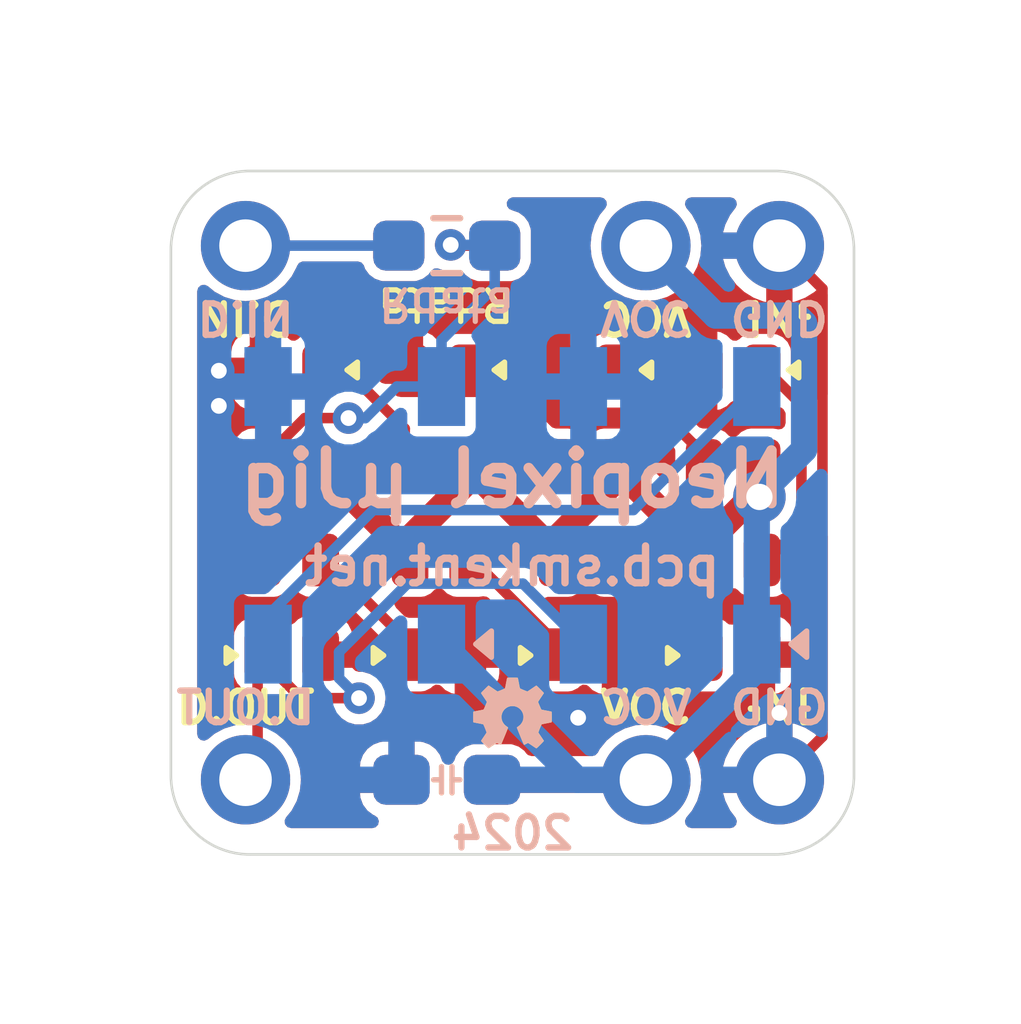
<source format=kicad_pcb>
(kicad_pcb (version 20240108) (generator "pcbnew") (generator_version "8.0")
  (layers (0 "F.Cu" signal) (31 "B.Cu" signal) (34 "B.Paste" user) (35 "F.Paste" user) (36 "B.SilkS" user "B.Silkscreen") (37 "F.SilkS" user "F.Silkscreen") (38 "B.Mask" user) (39 "F.Mask" user) (44 "Edge.Cuts" user))
  (net 0 "")
  (net 1 "VCC")
  (net 2 "GND")
  (net 3 "DATA_IN")
  (net 4 "Net-(LED1-DOUT)")
  (net 5 "Net-(LED2-DOUT)")
  (net 6 "DATA_2")
  (net 7 "Net-(LED5-DOUT)")
  (net 8 "DATA_OUT")
  (net 9 "Net-(LED3-DOUT)")
  (net 10 "Net-(LED6-DOUT)")
  (net 11 "Net-(LED7-DOUT)")
  (net 12 "Net-(D1-DOUT)")
  (net 13 "Net-(J3-Pin_1)")
  (footprint "discrete:LED_WS2812B-2020_PLCC4_2.0x2.0mm_HandSolder" (layer "F.Cu") (at 132.805 99.59 90)
    (property "Reference" "LED6" (hide yes))
    (property "Value" "WS2812B-2020")
    (fp_poly (pts (xy -0.915 -1.05) (xy -1.065 -1.25) (xy -0.765 -1.25)) (stroke (width 0.1)) (fill solid) (layer "F.SilkS"))
    (pad "1" smd roundrect (at -0.9 -0.55 90) (size 1 0.7) (layers "F.Cu" "F.Paste" "F.Mask") (net 10 "Net-(LED6-DOUT)"))
    (pad "2" smd roundrect (at -0.9 0.55 90) (size 1 0.7) (layers "F.Cu" "F.Paste" "F.Mask") (net 2 "GND"))
    (pad "3" smd roundrect (at 0.9 0.55 90) (size 1 0.7) (layers "F.Cu" "F.Paste" "F.Mask") (net 7 "Net-(LED5-DOUT)"))
    (pad "4" smd roundrect (at 0.9 -0.55 90) (size 1 0.7) (layers "F.Cu" "F.Paste" "F.Mask") (net 1 "VCC"))
  )
  (footprint "discrete:LED_WS2812B-2020_PLCC4_2.0x2.0mm_HandSolder" (layer "F.Cu") (at 135.605 95.99 -90)
    (property "Reference" "LED4" (hide yes))
    (property "Value" "WS2812B-2020")
    (fp_poly (pts (xy -0.915 -1.05) (xy -1.065 -1.25) (xy -0.765 -1.25)) (stroke (width 0.1)) (fill solid) (layer "F.SilkS"))
    (pad "1" smd roundrect (at -0.9 -0.55 270) (size 1 0.7) (layers "F.Cu" "F.Paste" "F.Mask") (net 6 "DATA_2"))
    (pad "2" smd roundrect (at -0.9 0.55 270) (size 1 0.7) (layers "F.Cu" "F.Paste" "F.Mask") (net 2 "GND"))
    (pad "3" smd roundrect (at 0.9 0.55 270) (size 1 0.7) (layers "F.Cu" "F.Paste" "F.Mask") (net 9 "Net-(LED3-DOUT)"))
    (pad "4" smd roundrect (at 0.9 -0.55 270) (size 1 0.7) (layers "F.Cu" "F.Paste" "F.Mask") (net 1 "VCC"))
  )
  (footprint "discrete:LED_WS2812B-2020_PLCC4_2.0x2.0mm_HandSolder" (layer "F.Cu") (at 130.005 95.99 -90)
    (property "Reference" "LED2" (hide yes))
    (property "Value" "WS2812B-2020")
    (fp_poly (pts (xy -0.915 -1.05) (xy -1.065 -1.25) (xy -0.765 -1.25)) (stroke (width 0.1)) (fill solid) (layer "F.SilkS"))
    (pad "1" smd roundrect (at -0.9 -0.55 270) (size 1 0.7) (layers "F.Cu" "F.Paste" "F.Mask") (net 5 "Net-(LED2-DOUT)"))
    (pad "2" smd roundrect (at -0.9 0.55 270) (size 1 0.7) (layers "F.Cu" "F.Paste" "F.Mask") (net 2 "GND"))
    (pad "3" smd roundrect (at 0.9 0.55 270) (size 1 0.7) (layers "F.Cu" "F.Paste" "F.Mask") (net 4 "Net-(LED1-DOUT)"))
    (pad "4" smd roundrect (at 0.9 -0.55 270) (size 1 0.7) (layers "F.Cu" "F.Paste" "F.Mask") (net 1 "VCC"))
  )
  (footprint "discrete:LED_WS2812B-2020_PLCC4_2.0x2.0mm_HandSolder" (layer "F.Cu") (at 130.005 99.59 90)
    (property "Reference" "LED7" (hide yes))
    (property "Value" "WS2812B-2020")
    (fp_poly (pts (xy -0.915 -1.05) (xy -1.065 -1.25) (xy -0.765 -1.25)) (stroke (width 0.1)) (fill solid) (layer "F.SilkS"))
    (pad "1" smd roundrect (at -0.9 -0.55 90) (size 1 0.7) (layers "F.Cu" "F.Paste" "F.Mask") (net 11 "Net-(LED7-DOUT)"))
    (pad "2" smd roundrect (at -0.9 0.55 90) (size 1 0.7) (layers "F.Cu" "F.Paste" "F.Mask") (net 2 "GND"))
    (pad "3" smd roundrect (at 0.9 0.55 90) (size 1 0.7) (layers "F.Cu" "F.Paste" "F.Mask") (net 10 "Net-(LED6-DOUT)"))
    (pad "4" smd roundrect (at 0.9 -0.55 90) (size 1 0.7) (layers "F.Cu" "F.Paste" "F.Mask") (net 1 "VCC"))
  )
  (footprint "Resistor_SMD:R_0603_1608Metric_Pad0.98x0.95mm_HandSolder" (layer "F.Cu") (at 130.155 92.71)
    (property "Reference" "R1" (hide yes))
    (property "Value" "100R")
    (fp_line (start -0.254724 -0.5225) (end 0.254724 -0.5225) (stroke (width 0.12)) (layer "F.SilkS"))
    (fp_line (start -0.254724 0.5225) (end 0.254724 0.5225) (stroke (width 0.12)) (layer "F.SilkS"))
    (pad "1" smd roundrect (at -0.9125 0) (size 0.975 0.95) (layers "F.Cu" "F.Paste" "F.Mask") (net 13 "Net-(J3-Pin_1)"))
    (pad "2" smd roundrect (at 0.9125 0) (size 0.975 0.95) (layers "F.Cu" "F.Paste" "F.Mask") (net 3 "DATA_IN"))
  )
  (footprint "discrete:LED_WS2812B-2020_PLCC4_2.0x2.0mm_HandSolder" (layer "F.Cu") (at 127.205 99.59 90)
    (property "Reference" "LED8" (hide yes))
    (property "Value" "WS2812B-2020")
    (fp_poly (pts (xy -0.915 -1.05) (xy -1.065 -1.25) (xy -0.765 -1.25)) (stroke (width 0.1)) (fill solid) (layer "F.SilkS"))
    (pad "1" smd roundrect (at -0.9 -0.55 90) (size 1 0.7) (layers "F.Cu" "F.Paste" "F.Mask") (net 8 "DATA_OUT"))
    (pad "2" smd roundrect (at -0.9 0.55 90) (size 1 0.7) (layers "F.Cu" "F.Paste" "F.Mask") (net 2 "GND"))
    (pad "3" smd roundrect (at 0.9 0.55 90) (size 1 0.7) (layers "F.Cu" "F.Paste" "F.Mask") (net 11 "Net-(LED7-DOUT)"))
    (pad "4" smd roundrect (at 0.9 -0.55 90) (size 1 0.7) (layers "F.Cu" "F.Paste" "F.Mask") (net 1 "VCC"))
  )
  (footprint "graphics:oshw-logo-1.5mm" (layer "F.Cu") (at 131.405 101.6)
    (property "Reference" "G***" (hide yes))
    (property "Value" "LOGO" (hide yes))
    (fp_poly (pts (xy 0.012727 -0.672745) (xy 0.031988 -0.67266) (xy 0.050169 -0.672495) (xy 0.066587 -0.672251) (xy 0.080561 -0.671927) (xy 0.091408 -0.671523) (xy 0.098446 -0.671039) (xy 0.100909 -0.670576) (xy 0.102402 -0.667389) (xy 0.104663 -0.659276) (xy 0.107675 -0.646308) (xy 0.111424 -0.628555) (xy 0.115895 -0.60609) (xy 0.121071 -0.578984) (xy 0.122654 -0.570522) (xy 0.127536 -0.544539) (xy 0.131659 -0.523137) (xy 0.135113 -0.505908) (xy 0.13799 -0.492446) (xy 0.140383 -0.482342) (xy 0.142381 -0.475192) (xy 0.144077 -0.470587) (xy 0.145562 -0.468121) (xy 0.145696 -0.467982) (xy 0.149238 -0.465814) (xy 0.156822 -0.462056) (xy 0.167796 -0.457002) (xy 0.181505 -0.450945) (xy 0.197297 -0.444179) (xy 0.214518 -0.436997) (xy 0.216283 -0.436271) (xy 0.236194 -0.42815) (xy 0.251983 -0.421849) (xy 0.264174 -0.417188) (xy 0.273292 -0.413987) (xy 0.279863 -0.412068) (xy 0.284411 -0.41125) (xy 0.287461 -0.411354) (xy 0.288377 -0.411613) (xy 0.291858 -0.413548) (xy 0.29899 -0.418028) (xy 0.309263 -0.424717) (xy 0.322171 -0.433279) (xy 0.337206 -0.443375) (xy 0.353861 -0.45467) (xy 0.371626 -0.466826) (xy 0.371955 -0.467053) (xy 0.389663 -0.479186) (xy 0.406199 -0.490443) (xy 0.421066 -0.500493) (xy 0.43377 -0.509002) (xy 0.443815 -0.515639) (xy 0.450706 -0.520073) (xy 0.453946 -0.521971) (xy 0.453983 -0.521986) (xy 0.455813 -0.52187) (xy 0.458798 -0.520292) (xy 0.463253 -0.516965) (xy 0.469491 -0.511606) (xy 0.477824 -0.503929) (xy 0.488566 -0.493649) (xy 0.50203 -0.48048) (xy 0.518529 -0.464138) (xy 0.529628 -0.453077) (xy 0.547414 -0.435309) (xy 0.561926 -0.420748) (xy 0.573479 -0.409038) (xy 0.582388 -0.39982) (xy 0.588967 -0.392736) (xy 0.593531 -0.387427) (xy 0.596394 -0.383536) (xy 0.597872 -0.380704) (xy 0.598279 -0.378574) (xy 0.59793 -0.376787) (xy 0.597524 -0.375808) (xy 0.595446 -0.372279) (xy 0.590833 -0.365095) (xy 0.584027 -0.354764) (xy 0.575366 -0.341796) (xy 0.565191 -0.326699) (xy 0.55384 -0.309982) (xy 0.541655 -0.292154) (xy 0.541255 -0.29157) (xy 0.527178 -0.270981) (xy 0.515766 -0.254126) (xy 0.506773 -0.240603) (xy 0.499952 -0.230009) (xy 0.495054 -0.221942) (xy 0.491832 -0.215999) (xy 0.49004 -0.211779) (xy 0.489429 -0.208878) (xy 0.489555 -0.207483) (xy 0.490888 -0.203755) (xy 0.493911 -0.196137) (xy 0.498304 -0.185385) (xy 0.503747 -0.172254) (xy 0.509923 -0.157499) (xy 0.516512 -0.141873) (xy 0.523195 -0.126133) (xy 0.529654 -0.111033) (xy 0.53557 -0.097327) (xy 0.540623 -0.085771) (xy 0.544495 -0.077119) (xy 0.54597 -0.073947) (xy 0.551604 -0.0666) (xy 0.558905 -0.06307) (xy 0.563474 -0.061999) (xy 0.572374 -0.060141) (xy 0.584962 -0.057622) (xy 0.600592 -0.054569) (xy 0.61862 -0.051106) (xy 0.638402 -0.047361) (xy 0.654711 -0.044311) (xy 0.675133 -0.040448) (xy 0.694051 -0.036744) (xy 0.71087 -0.033326) (xy 0.724992 -0.030321) (xy 0.735823 -0.027855) (xy 0.742765 -0.026054) (xy 0.745145 -0.025155) (xy 0.746093 -0.021901) (xy 0.746916 -0.014265) (xy 0.747611 -0.002922) (xy 0.748179 0.011453) (xy 0.748616 0.028184) (xy 0.748922 0.046597) (xy 0.749096 0.066016) (xy 0.749136 0.085767) (xy 0.74904 0.105174) (xy 0.748808 0.123562) (xy 0.748437 0.140257) (xy 0.747927 0.154584) (xy 0.747276 0.165866) (xy 0.746483 0.17343) (xy 0.745563 0.176586) (xy 0.74241 0.177649) (xy 0.734861 0.179495) (xy 0.723496 0.182002) (xy 0.708899 0.185048) (xy 0.691651 0.188512) (xy 0.672332 0.192272) (xy 0.652599 0.196007) (xy 0.631739 0.19997) (xy 0.612297 0.203793) (xy 0.594876 0.207347) (xy 0.580074 0.210506) (xy 0.568492 0.213141) (xy 0.560731 0.215125) (xy 0.557467 0.216273) (xy 0.555071 0.219546) (xy 0.55123 0.226834) (xy 0.546229 0.237437) (xy 0.54035 0.250653) (xy 0.533875 0.265779) (xy 0.527088 0.282116) (xy 0.520271 0.29896) (xy 0.513707 0.31561) (xy 0.507679 0.331366) (xy 0.502469 0.345524) (xy 0.498361 0.357384) (xy 0.495636 0.366245) (xy 0.494578 0.371403) (xy 0.494639 0.372162) (xy 0.496395 0.375329) (xy 0.500691 0.382148) (xy 0.507191 0.392108) (xy 0.515556 0.404701) (xy 0.525449 0.419418) (xy 0.536531 0.435748) (xy 0.546945 0.450972) (xy 0.558777 0.468282) (xy 0.569702 0.484412) (xy 0.579383 0.498853) (xy 0.587486 0.5111) (xy 0.593675 0.520647) (xy 0.597614 0.526986) (xy 0.598954 0.529507) (xy 0.598305 0.531757) (xy 0.595463 0.535922) (xy 0.590202 0.542248) (xy 0.582298 0.550978) (xy 0.571526 0.562358) (xy 0.557661 0.576632) (xy 0.540479 0.594047) (xy 0.530932 0.603648) (xy 0.51299 0.621611) (xy 0.498235 0.636261) (xy 0.486323 0.64791) (xy 0.476911 0.656871) (xy 0.469655 0.663455) (xy 0.464211 0.667974) (xy 0.460236 0.67074) (xy 0.457387 0.672064) (xy 0.455333 0.67226) (xy 0.451812 0.670645) (xy 0.444669 0.666474) (xy 0.434428 0.660084) (xy 0.421618 0.651814) (xy 0.406762 0.642002) (xy 0.390388 0.630989) (xy 0.376517 0.621518) (xy 0.354153 0.60628) (xy 0.335316 0.593725) (xy 0.320114 0.583923) (xy 0.308656 0.576941) (xy 0.301051 0.57285) (xy 0.29764 0.571696) (xy 0.293219 0.572863) (xy 0.28535 0.576075) (xy 0.274995 0.580897) (xy 0.263116 0.586893) (xy 0.257748 0.58974) (xy 0.243218 0.597361) (xy 0.232567 0.602454) (xy 0.225394 0.605188) (xy 0.221301 0.605733) (xy 0.220556 0.60546) (xy 0.218878 0.602708) (xy 0.215515 0.595733) (xy 0.210657 0.584999) (xy 0.204496 0.570969) (xy 0.197222 0.554106) (xy 0.189028 0.534873) (xy 0.180103 0.513734) (xy 0.17064 0.491152) (xy 0.160829 0.46759) (xy 0.150861 0.443512) (xy 0.140928 0.41938) (xy 0.131221 0.395658) (xy 0.121931 0.37281) (xy 0.113249 0.351299) (xy 0.105366 0.331587) (xy 0.098473 0.314138) (xy 0.092762 0.299415) (xy 0.088423 0.287883) (xy 0.085648 0.280003) (xy 0.084628 0.276239) (xy 0.084642 0.276044) (xy 0.087623 0.271995) (xy 0.093181 0.26761) (xy 0.094225 0.266975) (xy 0.104901 0.260032) (xy 0.117593 0.250686) (xy 0.130784 0.240152) (xy 0.142954 0.229646) (xy 0.152586 0.220385) (xy 0.153162 0.219776) (xy 0.172204 0.196275) (xy 0.188057 0.170117) (xy 0.199972 0.142629) (xy 0.203822 0.130276) (xy 0.206435 0.117193) (xy 0.208294 0.100836) (xy 0.209326 0.082944) (xy 0.209458 0.065255) (xy 0.208615 0.04951) (xy 0.207573 0.041497) (xy 0.199598 0.010037) (xy 0.187125 -0.019353) (xy 0.170418 -0.046308) (xy 0.149742 -0.070465) (xy 0.125361 -0.091462) (xy 0.098464 -0.108442) (xy 0.070046 -0.120847) (xy 0.040034 -0.128747) (xy 0.009137 -0.13214) (xy -0.021939 -0.131027) (xy -0.052487 -0.125407) (xy -0.081799 -0.115282) (xy -0.095935 -0.108442) (xy -0.123653 -0.090853) (xy -0.147922 -0.069751) (xy -0.168477 -0.0455) (xy -0.185055 -0.018463) (xy -0.19739 0.010997) (xy -0.205044 0.041497) (xy -0.206527 0.055169) (xy -0.20699 0.071859) (xy -0.206507 0.08983) (xy -0.205151 0.107343) (xy -0.202996 0.122657) (xy -0.201294 0.130276) (xy -0.19138 0.157929) (xy -0.177192 0.184845) (xy -0.159481 0.209696) (xy -0.150634 0.219776) (xy -0.141253 0.228895) (xy -0.129221 0.239349) (xy -0.116054 0.249923) (xy -0.103272 0.259401) (xy -0.092392 0.266565) (xy -0.091696 0.266975) (xy -0.0859 0.271233) (xy -0.082349 0.275469) (xy -0.082113 0.276044) (xy -0.082822 0.279077) (xy -0.085318 0.286303) (xy -0.089409 0.297259) (xy -0.094905 0.311482) (xy -0.101614 0.328509) (xy -0.109346 0.347876) (xy -0.117908 0.36912) (xy -0.12711 0.391777) (xy -0.136761 0.415385) (xy -0.146669 0.439481) (xy -0.156644 0.4636) (xy -0.166495 0.48728) (xy -0.176029 0.510058) (xy -0.185057 0.531469) (xy -0.193387 0.551052) (xy -0.200827 0.568342) (xy -0.207187 0.582877) (xy -0.212275 0.594193) (xy -0.215901 0.601826) (xy -0.217873 0.605315) (xy -0.218028 0.60546) (xy -0.221193 0.605602) (xy -0.227304 0.60361) (xy -0.236762 0.599314) (xy -0.249967 0.592547) (xy -0.25522 0.58974) (xy -0.267459 0.583371) (xy -0.278592 0.577988) (xy -0.287654 0.574027) (xy -0.293684 0.571922) (xy -0.295111 0.571696) (xy -0.299244 0.573194) (xy -0.307327 0.577644) (xy -0.31925 0.584975) (xy -0.334905 0.595119) (xy -0.35418 0.608006) (xy -0.373988 0.621518) (xy -0.3912 0.633251) (xy -0.407315 0.644053) (xy -0.421807 0.653586) (xy -0.43415 0.66151) (xy -0.443818 0.667487) (xy -0.450286 0.671179) (xy -0.452804 0.67226) (xy -0.454875 0.672059) (xy -0.457731 0.670726) (xy -0.461715 0.667949) (xy -0.46717 0.663416) (xy -0.474441 0.656816) (xy -0.48387 0.647838) (xy -0.4958 0.636168) (xy -0.510577 0.621495) (xy -0.528403 0.603648) (xy -0.547267 0.584631) (xy -0.562705 0.568871) (xy -0.574942 0.556125) (xy -0.584202 0.546146) (xy -0.590711 0.538691) (xy -0.594692 0.533514) (xy -0.596372 0.53037) (xy -0.596425 0.529507) (xy -0.59474 0.526406) (xy -0.590511 0.519652) (xy -0.584072 0.509752) (xy -0.575761 0.497213) (xy -0.565911 0.48254) (xy -0.554859 0.466241) (xy -0.544416 0.450972) (xy -0.53257 0.433646) (xy -0.521618 0.417489) (xy -0.511897 0.403009) (xy -0.503745 0.390716) (xy -0.497501 0.381118) (xy -0.493502 0.374726) (xy -0.49211 0.372162) (xy -0.49257 0.368346) (xy -0.494788 0.360604) (xy -0.498481 0.349634) (xy -0.503367 0.33614) (xy -0.509162 0.320824) (xy -0.515584 0.304385) (xy -0.52235 0.287527) (xy -0.529178 0.27095) (xy -0.535784 0.255357) (xy -0.541887 0.241448) (xy -0.547202 0.229926) (xy -0.551447 0.221491) (xy -0.554341 0.216847) (xy -0.554939 0.216273) (xy -0.558608 0.21501) (xy -0.566655 0.212977) (xy -0.578481 0.210301) (xy -0.593485 0.207111) (xy -0.611068 0.203533) (xy -0.630627 0.199696) (xy -0.650071 0.196007) (xy -0.670816 0.192078) (xy -0.690044 0.188329) (xy -0.707173 0.184884) (xy -0.721622 0.181862) (xy -0.732808 0.179385) (xy -0.74015 0.177576) (xy -0.743035 0.176586) (xy -0.743969 0.173334) (xy -0.74476 0.1657) (xy -0.745409 0.154359) (xy -0.745916 0.139986) (xy -0.746284 0.123256) (xy -0.746514 0.104844) (xy -0.746608 0.085425) (xy -0.746566 0.065674) (xy -0.74639 0.046267) (xy -0.746081 0.027877) (xy -0.745641 0.011181) (xy -0.745072 -0.003146) (xy -0.744374 -0.014431) (xy -0.743549 -0.021997) (xy -0.742617 -0.025155) (xy -0.739351 -0.026309) (xy -0.731702 -0.028233) (xy -0.720266 -0.0308) (xy -0.70564 -0.033885) (xy -0.68842 -0.03736) (xy -0.669203 -0.0411) (xy -0.652182 -0.044311) (xy -0.631477 -0.048189) (xy -0.61202 -0.051884) (xy -0.594456 -0.055268) (xy -0.579429 -0.058217) (xy -0.567585 -0.060604) (xy -0.559567 -0.062302) (xy -0.556376 -0.06307) (xy -0.548079 -0.067438) (xy -0.543441 -0.073947) (xy -0.540331 -0.080738) (xy -0.535869 -0.090836) (xy -0.530374 -0.103488) (xy -0.524166 -0.117937) (xy -0.517562 -0.13343) (xy -0.510883 -0.149211) (xy -0.504447 -0.164526) (xy -0.498572 -0.178619) (xy -0.493579 -0.190736) (xy -0.489784 -0.200123) (xy -0.487508 -0.206023) (xy -0.487025 -0.207485) (xy -0.486982 -0.209768) (xy -0.487969 -0.213102) (xy -0.490237 -0.217901) (xy -0.494039 -0.224575) (xy -0.499627 -0.233538) (xy -0.507254 -0.2452) (xy -0.517172 -0.259974) (xy -0.529633 -0.278273) (xy -0.536595 -0.288434) (xy -0.551441 -0.310074) (xy -0.563667 -0.327933) (xy -0.573511 -0.342399) (xy -0.581213 -0.353866) (xy -0.587012 -0.362724) (xy -0.591146 -0.369364) (xy -0.593854 -0.374177) (xy -0.595376 -0.377555) (xy -0.595951 -0.379889) (xy -0.595816 -0.38157) (xy -0.595212 -0.382989) (xy -0.594805 -0.383728) (xy -0.592491 -0.386497) (xy -0.586991 -0.392401) (xy -0.578716 -0.40102) (xy -0.568077 -0.411933) (xy -0.555485 -0.424719) (xy -0.541351 -0.438955) (xy -0.526086 -0.454221) (xy -0.524246 -0.456054) (xy -0.506285 -0.473884) (xy -0.491533 -0.488389) (xy -0.479663 -0.499864) (xy -0.47035 -0.508602) (xy -0.463267 -0.514898) (xy -0.458089 -0.519047) (xy -0.454491 -0.521344) (xy -0.452145 -0.522083) (xy -0.451343 -0.521962) (xy -0.448204 -0.520143) (xy -0.441403 -0.515775) (xy -0.431436 -0.509192) (xy -0.418799 -0.500726) (xy -0.40399 -0.49071) (xy -0.387505 -0.479477) (xy -0.36984 -0.467358) (xy -0.369403 -0.467057) (xy -0.351643 -0.454886) (xy -0.33498 -0.443569) (xy -0.319925 -0.433445) (xy -0.306984 -0.424851) (xy -0.296668 -0.418126) (xy -0.289484 -0.413607) (xy -0.285942 -0.411632) (xy -0.285925 -0.411626) (xy -0.283344 -0.41118) (xy -0.279546 -0.411558) (xy -0.274002 -0.412942) (xy -0.266181 -0.415512) (xy -0.255554 -0.419449) (xy -0.241591 -0.424934) (xy -0.223761 -0.432147) (xy -0.213754 -0.436244) (xy -0.196422 -0.443454) (xy -0.180451 -0.450282) (xy -0.166495 -0.456434) (xy -0.155208 -0.461616) (xy -0.147245 -0.465533) (xy -0.14326 -0.46789) (xy -0.143107 -0.468027) (xy -0.141636 -0.470277) (xy -0.139983 -0.47453) (xy -0.138057 -0.481202) (xy -0.135763 -0.490707) (xy -0.133009 -0.503461) (xy -0.129701 -0.519879) (xy -0.125746 -0.540376) (xy -0.121051 -0.565368) (xy -0.120084 -0.57057) (xy -0.114674 -0.599271) (xy -0.10999 -0.623194) (xy -0.10604 -0.642296) (xy -0.102834 -0.656534) (xy -0.10038 -0.665868) (xy -0.098688 -0.670254) (xy -0.098399 -0.670564) (xy -0.095052 -0.671115) (xy -0.087327 -0.671586) (xy -0.075909 -0.671978) (xy -0.061478 -0.67229) (xy -0.044717 -0.672523) (xy -0.026307 -0.672677) (xy -0.006932 -0.672751)) (fill solid) (layer "F.SilkS"))
  )
  (footprint "discrete:C_0603_1608Metric_Pad1.08x0.95mm_HandSolder" (layer "F.Cu") (at 130.155 102.87 180)
    (property "Reference" "C2" (hide yes))
    (property "Value" "10u")
    (fp_line (start 0.1 0.25) (end 0.1 -0.25) (stroke (width 0.1)) (layer "F.SilkS"))
    (fp_line (start 0.1 0) (end 0.25 0) (stroke (width 0.1)) (layer "F.SilkS"))
    (fp_line (start -0.1 0) (end -0.25 0) (stroke (width 0.1)) (layer "F.SilkS"))
    (fp_line (start -0.1 -0.25) (end -0.1 0.25) (stroke (width 0.1)) (layer "F.SilkS"))
    (pad "1" smd roundrect (at -0.8625 0 180) (size 1.075 0.95) (layers "F.Cu" "F.Paste" "F.Mask") (net 1 "VCC"))
    (pad "2" smd roundrect (at 0.8625 0 180) (size 1.075 0.95) (layers "F.Cu" "F.Paste" "F.Mask") (net 2 "GND"))
  )
  (footprint "discrete:LED_WS2812B-2020_PLCC4_2.0x2.0mm_HandSolder" (layer "F.Cu") (at 132.805 95.99 -90)
    (property "Reference" "LED3" (hide yes))
    (property "Value" "WS2812B-2020")
    (fp_poly (pts (xy -0.915 -1.05) (xy -1.065 -1.25) (xy -0.765 -1.25)) (stroke (width 0.1)) (fill solid) (layer "F.SilkS"))
    (pad "1" smd roundrect (at -0.9 -0.55 270) (size 1 0.7) (layers "F.Cu" "F.Paste" "F.Mask") (net 9 "Net-(LED3-DOUT)"))
    (pad "2" smd roundrect (at -0.9 0.55 270) (size 1 0.7) (layers "F.Cu" "F.Paste" "F.Mask") (net 2 "GND"))
    (pad "3" smd roundrect (at 0.9 0.55 270) (size 1 0.7) (layers "F.Cu" "F.Paste" "F.Mask") (net 5 "Net-(LED2-DOUT)"))
    (pad "4" smd roundrect (at 0.9 -0.55 270) (size 1 0.7) (layers "F.Cu" "F.Paste" "F.Mask") (net 1 "VCC"))
  )
  (footprint "discrete:LED_WS2812B-2020_PLCC4_2.0x2.0mm_HandSolder" (layer "F.Cu") (at 127.205 95.99 -90)
    (property "Reference" "LED1" (hide yes))
    (property "Value" "WS2812B-2020")
    (fp_poly (pts (xy -0.915 -1.05) (xy -1.065 -1.25) (xy -0.765 -1.25)) (stroke (width 0.1)) (fill solid) (layer "F.SilkS"))
    (pad "1" smd roundrect (at -0.9 -0.55 270) (size 1 0.7) (layers "F.Cu" "F.Paste" "F.Mask") (net 4 "Net-(LED1-DOUT)"))
    (pad "2" smd roundrect (at -0.9 0.55 270) (size 1 0.7) (layers "F.Cu" "F.Paste" "F.Mask") (net 2 "GND"))
    (pad "3" smd roundrect (at 0.9 0.55 270) (size 1 0.7) (layers "F.Cu" "F.Paste" "F.Mask") (net 3 "DATA_IN"))
    (pad "4" smd roundrect (at 0.9 -0.55 270) (size 1 0.7) (layers "F.Cu" "F.Paste" "F.Mask") (net 1 "VCC"))
  )
  (footprint "discrete:LED_WS2812B-2020_PLCC4_2.0x2.0mm_HandSolder" (layer "F.Cu") (at 135.605 99.59 90)
    (property "Reference" "LED5" (hide yes))
    (property "Value" "WS2812B-2020")
    (fp_poly (pts (xy -0.915 -1.05) (xy -1.065 -1.25) (xy -0.765 -1.25)) (stroke (width 0.1)) (fill solid) (layer "F.SilkS"))
    (pad "1" smd roundrect (at -0.9 -0.55 90) (size 1 0.7) (layers "F.Cu" "F.Paste" "F.Mask") (net 7 "Net-(LED5-DOUT)"))
    (pad "2" smd roundrect (at -0.9 0.55 90) (size 1 0.7) (layers "F.Cu" "F.Paste" "F.Mask") (net 2 "GND"))
    (pad "3" smd roundrect (at 0.9 0.55 90) (size 1 0.7) (layers "F.Cu" "F.Paste" "F.Mask") (net 6 "DATA_2"))
    (pad "4" smd roundrect (at 0.9 -0.55 90) (size 1 0.7) (layers "F.Cu" "F.Paste" "F.Mask") (net 1 "VCC"))
  )
  (footprint "custom:PinHeader_1x01_P2.54mm_simple" (layer "B.Cu") (at 126.325 102.87 180)
    (property "Reference" "J4" (hide yes))
    (property "Value" "Conn_01x01")
    (pad "1" thru_hole oval (at 0 0 180) (size 1.7 1.7) (drill 1) (layers "*.Cu" "*.Mask") (net 8 "DATA_OUT"))
  )
  (footprint "custom:PinHeader_1x02_P2.54mm_Vertical_simple" (layer "B.Cu") (at 133.945 92.71 -90)
    (property "Reference" "J1" (hide yes))
    (property "Value" "Conn_01x02")
    (pad "1" thru_hole oval (at 0 0 270) (size 1.7 1.7) (drill 1) (layers "*.Cu" "*.Mask") (net 1 "VCC"))
    (pad "2" thru_hole oval (at 0 -2.54 270) (size 1.7 1.7) (drill 1) (layers "*.Cu" "*.Mask") (net 2 "GND"))
  )
  (footprint "Resistor_SMD:R_0603_1608Metric_Pad0.98x0.95mm_HandSolder" (layer "B.Cu") (at 130.155 92.71)
    (property "Reference" "R2" (hide yes))
    (property "Value" "100R")
    (fp_line (start 0.254724 -0.5225) (end -0.254724 -0.5225) (stroke (width 0.12)) (layer "B.SilkS"))
    (fp_line (start 0.254724 0.5225) (end -0.254724 0.5225) (stroke (width 0.12)) (layer "B.SilkS"))
    (pad "1" smd roundrect (at -0.9125 0) (size 0.975 0.95) (layers "B.Cu" "B.Paste" "B.Mask") (net 13 "Net-(J3-Pin_1)"))
    (pad "2" smd roundrect (at 0.9125 0) (size 0.975 0.95) (layers "B.Cu" "B.Paste" "B.Mask") (net 3 "DATA_IN"))
  )
  (footprint "discrete:C_0603_1608Metric_Pad1.08x0.95mm_HandSolder" (layer "B.Cu") (at 130.155 102.87 180)
    (property "Reference" "C1" (hide yes))
    (property "Value" "10u")
    (fp_line (start 0.25 0) (end 0.1 0) (stroke (width 0.1)) (layer "B.SilkS"))
    (fp_line (start 0.1 0.25) (end 0.1 -0.25) (stroke (width 0.1)) (layer "B.SilkS"))
    (fp_line (start -0.1 -0.25) (end -0.1 0.25) (stroke (width 0.1)) (layer "B.SilkS"))
    (fp_line (start -0.25 0) (end -0.1 0) (stroke (width 0.1)) (layer "B.SilkS"))
    (pad "1" smd roundrect (at -0.8625 0 180) (size 1.075 0.95) (layers "B.Cu" "B.Paste" "B.Mask") (net 1 "VCC"))
    (pad "2" smd roundrect (at 0.8625 0 180) (size 1.075 0.95) (layers "B.Cu" "B.Paste" "B.Mask") (net 2 "GND"))
  )
  (footprint "discrete:LED_WS2812B_PLCC4_5.0x5.0mm_P3.2mm" (layer "B.Cu") (at 134.405 97.84 90)
    (property "Reference" "D2" (hide yes))
    (property "Value" "WS2812B")
    (fp_poly (pts (xy -2.45 2.3) (xy -2.7 2.6) (xy -2.2 2.6)) (stroke (width 0.1)) (fill solid) (layer "B.SilkS"))
    (pad "1" smd rect (at -2.45 1.65 90) (size 1.5 0.9) (layers "B.Cu" "B.Paste" "B.Mask") (net 1 "VCC"))
    (pad "2" smd rect (at -2.45 -1.65 90) (size 1.5 0.9) (layers "B.Cu" "B.Paste" "B.Mask") (net 8 "DATA_OUT"))
    (pad "3" smd rect (at 2.45 -1.65 90) (size 1.5 0.9) (layers "B.Cu" "B.Paste" "B.Mask") (net 2 "GND"))
    (pad "4" smd rect (at 2.45 1.65 90) (size 1.5 0.9) (layers "B.Cu" "B.Paste" "B.Mask") (net 12 "Net-(D1-DOUT)"))
  )
  (footprint "discrete:LED_WS2812B_PLCC4_5.0x5.0mm_P3.2mm" (layer "B.Cu") (at 128.405 97.84 90)
    (property "Reference" "D1" (hide yes))
    (property "Value" "WS2812B")
    (fp_poly (pts (xy -2.45 2.3) (xy -2.7 2.6) (xy -2.2 2.6)) (stroke (width 0.1)) (fill solid) (layer "B.SilkS"))
    (pad "1" smd rect (at -2.45 1.65 90) (size 1.5 0.9) (layers "B.Cu" "B.Paste" "B.Mask") (net 1 "VCC"))
    (pad "2" smd rect (at -2.45 -1.65 90) (size 1.5 0.9) (layers "B.Cu" "B.Paste" "B.Mask") (net 12 "Net-(D1-DOUT)"))
    (pad "3" smd rect (at 2.45 -1.65 90) (size 1.5 0.9) (layers "B.Cu" "B.Paste" "B.Mask") (net 2 "GND"))
    (pad "4" smd rect (at 2.45 1.65 90) (size 1.5 0.9) (layers "B.Cu" "B.Paste" "B.Mask") (net 3 "DATA_IN"))
  )
  (footprint "graphics:oshw-logo-1.5mm" (layer "B.Cu") (at 131.405 101.6 180)
    (property "Reference" "G***" (hide yes))
    (property "Value" "LOGO" (hide yes))
    (fp_poly (pts (xy 0.012727 0.672745) (xy 0.031988 0.67266) (xy 0.050169 0.672495) (xy 0.066587 0.672251) (xy 0.080561 0.671927) (xy 0.091408 0.671523) (xy 0.098446 0.671039) (xy 0.100909 0.670576) (xy 0.102402 0.667389) (xy 0.104663 0.659276) (xy 0.107675 0.646308) (xy 0.111424 0.628555) (xy 0.115895 0.60609) (xy 0.121071 0.578984) (xy 0.122654 0.570522) (xy 0.127536 0.544539) (xy 0.131659 0.523137) (xy 0.135113 0.505908) (xy 0.13799 0.492446) (xy 0.140383 0.482342) (xy 0.142381 0.475192) (xy 0.144077 0.470587) (xy 0.145562 0.468121) (xy 0.145696 0.467982) (xy 0.149238 0.465814) (xy 0.156822 0.462056) (xy 0.167796 0.457002) (xy 0.181505 0.450945) (xy 0.197297 0.444179) (xy 0.214518 0.436997) (xy 0.216283 0.436271) (xy 0.236194 0.42815) (xy 0.251983 0.421849) (xy 0.264174 0.417188) (xy 0.273292 0.413987) (xy 0.279863 0.412068) (xy 0.284411 0.41125) (xy 0.287461 0.411354) (xy 0.288377 0.411613) (xy 0.291858 0.413548) (xy 0.29899 0.418028) (xy 0.309263 0.424717) (xy 0.322171 0.433279) (xy 0.337206 0.443375) (xy 0.353861 0.45467) (xy 0.371626 0.466826) (xy 0.371955 0.467053) (xy 0.389663 0.479186) (xy 0.406199 0.490443) (xy 0.421066 0.500493) (xy 0.43377 0.509002) (xy 0.443815 0.515639) (xy 0.450706 0.520073) (xy 0.453946 0.521971) (xy 0.453983 0.521986) (xy 0.455813 0.52187) (xy 0.458798 0.520292) (xy 0.463253 0.516965) (xy 0.469491 0.511606) (xy 0.477824 0.503929) (xy 0.488566 0.493649) (xy 0.50203 0.48048) (xy 0.518529 0.464138) (xy 0.529628 0.453077) (xy 0.547414 0.435309) (xy 0.561926 0.420748) (xy 0.573479 0.409038) (xy 0.582388 0.39982) (xy 0.588967 0.392736) (xy 0.593531 0.387427) (xy 0.596394 0.383536) (xy 0.597872 0.380704) (xy 0.598279 0.378574) (xy 0.59793 0.376787) (xy 0.597524 0.375808) (xy 0.595446 0.372279) (xy 0.590833 0.365095) (xy 0.584027 0.354764) (xy 0.575366 0.341796) (xy 0.565191 0.326699) (xy 0.55384 0.309982) (xy 0.541655 0.292154) (xy 0.541255 0.29157) (xy 0.527178 0.270981) (xy 0.515766 0.254126) (xy 0.506773 0.240603) (xy 0.499952 0.230009) (xy 0.495054 0.221942) (xy 0.491832 0.215999) (xy 0.49004 0.211779) (xy 0.489429 0.208878) (xy 0.489555 0.207483) (xy 0.490888 0.203755) (xy 0.493911 0.196137) (xy 0.498304 0.185385) (xy 0.503747 0.172254) (xy 0.509923 0.157499) (xy 0.516512 0.141873) (xy 0.523195 0.126133) (xy 0.529654 0.111033) (xy 0.53557 0.097327) (xy 0.540623 0.085771) (xy 0.544495 0.077119) (xy 0.54597 0.073947) (xy 0.551604 0.0666) (xy 0.558905 0.06307) (xy 0.563474 0.061999) (xy 0.572374 0.060141) (xy 0.584962 0.057622) (xy 0.600592 0.054569) (xy 0.61862 0.051106) (xy 0.638402 0.047361) (xy 0.654711 0.044311) (xy 0.675133 0.040448) (xy 0.694051 0.036744) (xy 0.71087 0.033326) (xy 0.724992 0.030321) (xy 0.735823 0.027855) (xy 0.742765 0.026054) (xy 0.745145 0.025155) (xy 0.746093 0.021901) (xy 0.746916 0.014265) (xy 0.747611 0.002922) (xy 0.748179 -0.011453) (xy 0.748616 -0.028184) (xy 0.748922 -0.046597) (xy 0.749096 -0.066016) (xy 0.749136 -0.085767) (xy 0.74904 -0.105174) (xy 0.748808 -0.123562) (xy 0.748437 -0.140257) (xy 0.747927 -0.154584) (xy 0.747276 -0.165866) (xy 0.746483 -0.17343) (xy 0.745563 -0.176586) (xy 0.74241 -0.177649) (xy 0.734861 -0.179495) (xy 0.723496 -0.182002) (xy 0.708899 -0.185048) (xy 0.691651 -0.188512) (xy 0.672332 -0.192272) (xy 0.652599 -0.196007) (xy 0.631739 -0.19997) (xy 0.612297 -0.203793) (xy 0.594876 -0.207347) (xy 0.580074 -0.210506) (xy 0.568492 -0.213141) (xy 0.560731 -0.215125) (xy 0.557467 -0.216273) (xy 0.555071 -0.219546) (xy 0.55123 -0.226834) (xy 0.546229 -0.237437) (xy 0.54035 -0.250653) (xy 0.533875 -0.265779) (xy 0.527088 -0.282116) (xy 0.520271 -0.29896) (xy 0.513707 -0.31561) (xy 0.507679 -0.331366) (xy 0.502469 -0.345524) (xy 0.498361 -0.357384) (xy 0.495636 -0.366245) (xy 0.494578 -0.371403) (xy 0.494639 -0.372162) (xy 0.496395 -0.375329) (xy 0.500691 -0.382148) (xy 0.507191 -0.392108) (xy 0.515556 -0.404701) (xy 0.525449 -0.419418) (xy 0.536531 -0.435748) (xy 0.546945 -0.450972) (xy 0.558777 -0.468282) (xy 0.569702 -0.484412) (xy 0.579383 -0.498853) (xy 0.587486 -0.5111) (xy 0.593675 -0.520647) (xy 0.597614 -0.526986) (xy 0.598954 -0.529507) (xy 0.598305 -0.531757) (xy 0.595463 -0.535922) (xy 0.590202 -0.542248) (xy 0.582298 -0.550978) (xy 0.571526 -0.562358) (xy 0.557661 -0.576632) (xy 0.540479 -0.594047) (xy 0.530932 -0.603648) (xy 0.51299 -0.621611) (xy 0.498235 -0.636261) (xy 0.486323 -0.64791) (xy 0.476911 -0.656871) (xy 0.469655 -0.663455) (xy 0.464211 -0.667974) (xy 0.460236 -0.67074) (xy 0.457387 -0.672064) (xy 0.455333 -0.67226) (xy 0.451812 -0.670645) (xy 0.444669 -0.666474) (xy 0.434428 -0.660084) (xy 0.421618 -0.651814) (xy 0.406762 -0.642002) (xy 0.390388 -0.630989) (xy 0.376517 -0.621518) (xy 0.354153 -0.60628) (xy 0.335316 -0.593725) (xy 0.320114 -0.583923) (xy 0.308656 -0.576941) (xy 0.301051 -0.57285) (xy 0.29764 -0.571696) (xy 0.293219 -0.572863) (xy 0.28535 -0.576075) (xy 0.274995 -0.580897) (xy 0.263116 -0.586893) (xy 0.257748 -0.58974) (xy 0.243218 -0.597361) (xy 0.232567 -0.602454) (xy 0.225394 -0.605188) (xy 0.221301 -0.605733) (xy 0.220556 -0.60546) (xy 0.218878 -0.602708) (xy 0.215515 -0.595733) (xy 0.210657 -0.584999) (xy 0.204496 -0.570969) (xy 0.197222 -0.554106) (xy 0.189028 -0.534873) (xy 0.180103 -0.513734) (xy 0.17064 -0.491152) (xy 0.160829 -0.46759) (xy 0.150861 -0.443512) (xy 0.140928 -0.41938) (xy 0.131221 -0.395658) (xy 0.121931 -0.37281) (xy 0.113249 -0.351299) (xy 0.105366 -0.331587) (xy 0.098473 -0.314138) (xy 0.092762 -0.299415) (xy 0.088423 -0.287883) (xy 0.085648 -0.280003) (xy 0.084628 -0.276239) (xy 0.084642 -0.276044) (xy 0.087623 -0.271995) (xy 0.093181 -0.26761) (xy 0.094225 -0.266975) (xy 0.104901 -0.260032) (xy 0.117593 -0.250686) (xy 0.130784 -0.240152) (xy 0.142954 -0.229646) (xy 0.152586 -0.220385) (xy 0.153162 -0.219776) (xy 0.172204 -0.196275) (xy 0.188057 -0.170117) (xy 0.199972 -0.142629) (xy 0.203822 -0.130276) (xy 0.206435 -0.117193) (xy 0.208294 -0.100836) (xy 0.209326 -0.082944) (xy 0.209458 -0.065255) (xy 0.208615 -0.04951) (xy 0.207573 -0.041497) (xy 0.199598 -0.010037) (xy 0.187125 0.019353) (xy 0.170418 0.046308) (xy 0.149742 0.070465) (xy 0.125361 0.091462) (xy 0.098464 0.108442) (xy 0.070046 0.120847) (xy 0.040034 0.128747) (xy 0.009137 0.13214) (xy -0.021939 0.131027) (xy -0.052487 0.125407) (xy -0.081799 0.115282) (xy -0.095935 0.108442) (xy -0.123653 0.090853) (xy -0.147922 0.069751) (xy -0.168477 0.0455) (xy -0.185055 0.018463) (xy -0.19739 -0.010997) (xy -0.205044 -0.041497) (xy -0.206527 -0.055169) (xy -0.20699 -0.071859) (xy -0.206507 -0.08983) (xy -0.205151 -0.107343) (xy -0.202996 -0.122657) (xy -0.201294 -0.130276) (xy -0.19138 -0.157929) (xy -0.177192 -0.184845) (xy -0.159481 -0.209696) (xy -0.150634 -0.219776) (xy -0.141253 -0.228895) (xy -0.129221 -0.239349) (xy -0.116054 -0.249923) (xy -0.103272 -0.259401) (xy -0.092392 -0.266565) (xy -0.091696 -0.266975) (xy -0.0859 -0.271233) (xy -0.082349 -0.275469) (xy -0.082113 -0.276044) (xy -0.082822 -0.279077) (xy -0.085318 -0.286303) (xy -0.089409 -0.297259) (xy -0.094905 -0.311482) (xy -0.101614 -0.328509) (xy -0.109346 -0.347876) (xy -0.117908 -0.36912) (xy -0.12711 -0.391777) (xy -0.136761 -0.415385) (xy -0.146669 -0.439481) (xy -0.156644 -0.4636) (xy -0.166495 -0.48728) (xy -0.176029 -0.510058) (xy -0.185057 -0.531469) (xy -0.193387 -0.551052) (xy -0.200827 -0.568342) (xy -0.207187 -0.582877) (xy -0.212275 -0.594193) (xy -0.215901 -0.601826) (xy -0.217873 -0.605315) (xy -0.218028 -0.60546) (xy -0.221193 -0.605602) (xy -0.227304 -0.60361) (xy -0.236762 -0.599314) (xy -0.249967 -0.592547) (xy -0.25522 -0.58974) (xy -0.267459 -0.583371) (xy -0.278592 -0.577988) (xy -0.287654 -0.574027) (xy -0.293684 -0.571922) (xy -0.295111 -0.571696) (xy -0.299244 -0.573194) (xy -0.307327 -0.577644) (xy -0.31925 -0.584975) (xy -0.334905 -0.595119) (xy -0.35418 -0.608006) (xy -0.373988 -0.621518) (xy -0.3912 -0.633251) (xy -0.407315 -0.644053) (xy -0.421807 -0.653586) (xy -0.43415 -0.66151) (xy -0.443818 -0.667487) (xy -0.450286 -0.671179) (xy -0.452804 -0.67226) (xy -0.454875 -0.672059) (xy -0.457731 -0.670726) (xy -0.461715 -0.667949) (xy -0.46717 -0.663416) (xy -0.474441 -0.656816) (xy -0.48387 -0.647838) (xy -0.4958 -0.636168) (xy -0.510577 -0.621495) (xy -0.528403 -0.603648) (xy -0.547267 -0.584631) (xy -0.562705 -0.568871) (xy -0.574942 -0.556125) (xy -0.584202 -0.546146) (xy -0.590711 -0.538691) (xy -0.594692 -0.533514) (xy -0.596372 -0.53037) (xy -0.596425 -0.529507) (xy -0.59474 -0.526406) (xy -0.590511 -0.519652) (xy -0.584072 -0.509752) (xy -0.575761 -0.497213) (xy -0.565911 -0.48254) (xy -0.554859 -0.466241) (xy -0.544416 -0.450972) (xy -0.53257 -0.433646) (xy -0.521618 -0.417489) (xy -0.511897 -0.403009) (xy -0.503745 -0.390716) (xy -0.497501 -0.381118) (xy -0.493502 -0.374726) (xy -0.49211 -0.372162) (xy -0.49257 -0.368346) (xy -0.494788 -0.360604) (xy -0.498481 -0.349634) (xy -0.503367 -0.33614) (xy -0.509162 -0.320824) (xy -0.515584 -0.304385) (xy -0.52235 -0.287527) (xy -0.529178 -0.27095) (xy -0.535784 -0.255357) (xy -0.541887 -0.241448) (xy -0.547202 -0.229926) (xy -0.551447 -0.221491) (xy -0.554341 -0.216847) (xy -0.554939 -0.216273) (xy -0.558608 -0.21501) (xy -0.566655 -0.212977) (xy -0.578481 -0.210301) (xy -0.593485 -0.207111) (xy -0.611068 -0.203533) (xy -0.630627 -0.199696) (xy -0.650071 -0.196007) (xy -0.670816 -0.192078) (xy -0.690044 -0.188329) (xy -0.707173 -0.184884) (xy -0.721622 -0.181862) (xy -0.732808 -0.179385) (xy -0.74015 -0.177576) (xy -0.743035 -0.176586) (xy -0.743969 -0.173334) (xy -0.74476 -0.1657) (xy -0.745409 -0.154359) (xy -0.745916 -0.139986) (xy -0.746284 -0.123256) (xy -0.746514 -0.104844) (xy -0.746608 -0.085425) (xy -0.746566 -0.065674) (xy -0.74639 -0.046267) (xy -0.746081 -0.027877) (xy -0.745641 -0.011181) (xy -0.745072 0.003146) (xy -0.744374 0.014431) (xy -0.743549 0.021997) (xy -0.742617 0.025155) (xy -0.739351 0.026309) (xy -0.731702 0.028233) (xy -0.720266 0.0308) (xy -0.70564 0.033885) (xy -0.68842 0.03736) (xy -0.669203 0.0411) (xy -0.652182 0.044311) (xy -0.631477 0.048189) (xy -0.61202 0.051884) (xy -0.594456 0.055268) (xy -0.579429 0.058217) (xy -0.567585 0.060604) (xy -0.559567 0.062302) (xy -0.556376 0.06307) (xy -0.548079 0.067438) (xy -0.543441 0.073947) (xy -0.540331 0.080738) (xy -0.535869 0.090836) (xy -0.530374 0.103488) (xy -0.524166 0.117937) (xy -0.517562 0.13343) (xy -0.510883 0.149211) (xy -0.504447 0.164526) (xy -0.498572 0.178619) (xy -0.493579 0.190736) (xy -0.489784 0.200123) (xy -0.487508 0.206023) (xy -0.487025 0.207485) (xy -0.486982 0.209768) (xy -0.487969 0.213102) (xy -0.490237 0.217901) (xy -0.494039 0.224575) (xy -0.499627 0.233538) (xy -0.507254 0.2452) (xy -0.517172 0.259974) (xy -0.529633 0.278273) (xy -0.536595 0.288434) (xy -0.551441 0.310074) (xy -0.563667 0.327933) (xy -0.573511 0.342399) (xy -0.581213 0.353866) (xy -0.587012 0.362724) (xy -0.591146 0.369364) (xy -0.593854 0.374177) (xy -0.595376 0.377555) (xy -0.595951 0.379889) (xy -0.595816 0.38157) (xy -0.595212 0.382989) (xy -0.594805 0.383728) (xy -0.592491 0.386497) (xy -0.586991 0.392401) (xy -0.578716 0.40102) (xy -0.568077 0.411933) (xy -0.555485 0.424719) (xy -0.541351 0.438955) (xy -0.526086 0.454221) (xy -0.524246 0.456054) (xy -0.506285 0.473884) (xy -0.491533 0.488389) (xy -0.479663 0.499864) (xy -0.47035 0.508602) (xy -0.463267 0.514898) (xy -0.458089 0.519047) (xy -0.454491 0.521344) (xy -0.452145 0.522083) (xy -0.451343 0.521962) (xy -0.448204 0.520143) (xy -0.441403 0.515775) (xy -0.431436 0.509192) (xy -0.418799 0.500726) (xy -0.40399 0.49071) (xy -0.387505 0.479477) (xy -0.36984 0.467358) (xy -0.369403 0.467057) (xy -0.351643 0.454886) (xy -0.33498 0.443569) (xy -0.319925 0.433445) (xy -0.306984 0.424851) (xy -0.296668 0.418126) (xy -0.289484 0.413607) (xy -0.285942 0.411632) (xy -0.285925 0.411626) (xy -0.283344 0.41118) (xy -0.279546 0.411558) (xy -0.274002 0.412942) (xy -0.266181 0.415512) (xy -0.255554 0.419449) (xy -0.241591 0.424934) (xy -0.223761 0.432147) (xy -0.213754 0.436244) (xy -0.196422 0.443454) (xy -0.180451 0.450282) (xy -0.166495 0.456434) (xy -0.155208 0.461616) (xy -0.147245 0.465533) (xy -0.14326 0.46789) (xy -0.143107 0.468027) (xy -0.141636 0.470277) (xy -0.139983 0.47453) (xy -0.138057 0.481202) (xy -0.135763 0.490707) (xy -0.133009 0.503461) (xy -0.129701 0.519879) (xy -0.125746 0.540376) (xy -0.121051 0.565368) (xy -0.120084 0.57057) (xy -0.114674 0.599271) (xy -0.10999 0.623194) (xy -0.10604 0.642296) (xy -0.102834 0.656534) (xy -0.10038 0.665868) (xy -0.098688 0.670254) (xy -0.098399 0.670564) (xy -0.095052 0.671115) (xy -0.087327 0.671586) (xy -0.075909 0.671978) (xy -0.061478 0.67229) (xy -0.044717 0.672523) (xy -0.026307 0.672677) (xy -0.006932 0.672751)) (fill solid) (layer "B.SilkS"))
  )
  (footprint "custom:PinHeader_1x01_P2.54mm_simple" (layer "B.Cu") (at 126.325 92.71 180)
    (property "Reference" "J3" (hide yes))
    (property "Value" "Conn_01x01")
    (pad "1" thru_hole oval (at 0 0 180) (size 1.7 1.7) (drill 1) (layers "*.Cu" "*.Mask") (net 13 "Net-(J3-Pin_1)"))
  )
  (footprint "custom:PinHeader_1x02_P2.54mm_Vertical_simple" (layer "B.Cu") (at 133.945 102.87 -90)
    (property "Reference" "J2" (hide yes))
    (property "Value" "Conn_01x02")
    (pad "1" thru_hole oval (at 0 0 270) (size 1.7 1.7) (drill 1) (layers "*.Cu" "*.Mask") (net 1 "VCC"))
    (pad "2" thru_hole oval (at 0 -2.54 270) (size 1.7 1.7) (drill 1) (layers "*.Cu" "*.Mask") (net 2 "GND"))
  )
  (gr_poly (pts (arc (start 126.405 91.29) (mid 125.34434 91.72934) (end 124.905 92.79)) (arc (start 124.905 102.79) (mid 125.34434 103.85066) (end 126.405 104.29)) (arc (start 136.405 104.29) (mid 137.46566 103.85066) (end 137.905 102.79)) (arc (start 137.905 92.79) (mid 137.46566 91.72934) (end 136.405 91.29))) (stroke (width 0.05)) (fill none) (layer "Edge.Cuts"))
  (gr_text "GND" (at 136.485 93.726 180) (layer "B.SilkS") (effects (font (size 0.6 0.6) (thickness 0.12) (bold yes)) (justify bottom mirror)))
  (gr_text "D.IN" (at 126.325 93.726 180) (layer "B.SilkS") (effects (font (size 0.6 0.6) (thickness 0.12) (bold yes)) (justify bottom mirror)))
  (gr_text "D.OUT" (at 126.325 101.854 0) (layer "B.SilkS") (effects (font (size 0.6 0.6) (thickness 0.12) (bold yes)) (justify bottom mirror)))
  (gr_text "Neopixel µJig" (at 131.405 97.155 0) (layer "B.SilkS") (effects (font (size 1 1) (thickness 0.2) (bold yes)) (justify mirror)))
  (gr_text "pcb.smkent.net" (at 131.405 98.806 0) (layer "B.SilkS") (effects (font (size 0.7 0.7) (thickness 0.14) (bold yes)) (justify mirror)))
  (gr_text "VCC" (at 133.945 93.726 180) (layer "B.SilkS") (effects (font (size 0.6 0.6) (thickness 0.12) (bold yes)) (justify bottom mirror)))
  (gr_text "2024" (at 131.405 103.886 0) (layer "B.SilkS") (effects (font (size 0.6 0.6) (thickness 0.12) (bold yes)) (justify mirror)))
  (gr_text "VCC" (at 133.945 101.854 0) (layer "B.SilkS") (effects (font (size 0.6 0.6) (thickness 0.12) (bold yes)) (justify bottom mirror)))
  (gr_text "GND" (at 136.485 101.854 0) (layer "B.SilkS") (effects (font (size 0.6 0.6) (thickness 0.12) (bold yes)) (justify bottom mirror)))
  (gr_text "Rdata" (at 130.155 93.472 180) (layer "B.SilkS") (effects (font (size 0.6 0.6) (thickness 0.1)) (justify bottom mirror)))
  (gr_text "D.OUT" (at 126.325 101.854 0) (layer "F.SilkS") (effects (font (size 0.6 0.6) (thickness 0.12) (bold yes)) (justify bottom)))
  (gr_text "D.IN" (at 126.325 93.726 180) (layer "F.SilkS") (effects (font (size 0.6 0.6) (thickness 0.12) (bold yes)) (justify bottom)))
  (gr_text "GND" (at 136.485 101.854 0) (layer "F.SilkS") (effects (font (size 0.6 0.6) (thickness 0.12) (bold yes)) (justify bottom)))
  (gr_text "VCC" (at 133.945 101.854 0) (layer "F.SilkS") (effects (font (size 0.6 0.6) (thickness 0.12) (bold yes)) (justify bottom)))
  (gr_text "VCC" (at 133.945 93.726 180) (layer "F.SilkS") (effects (font (size 0.6 0.6) (thickness 0.12) (bold yes)) (justify bottom)))
  (gr_text "Rdata" (at 130.135 93.472 180) (layer "F.SilkS") (effects (font (size 0.6 0.6) (thickness 0.1)) (justify bottom)))
  (gr_text "GND" (at 136.485 93.726 180) (layer "F.SilkS") (effects (font (size 0.6 0.6) (thickness 0.12) (bold yes)) (justify bottom)))
  (segment (start 129.455 98.69) (end 129.455 98.59) (width 0.5) (layer "F.Cu") (net 1))
  (segment (start 133.945 102.87) (end 131.0175 102.87) (width 0.5) (layer "F.Cu") (net 1))
  (segment (start 132.255 98.278734) (end 132.255 98.69) (width 0.5) (layer "F.Cu") (net 1))
  (segment (start 133.405 97.128734) (end 132.255 98.278734) (width 0.5) (layer "F.Cu") (net 1))
  (segment (start 133.405 96.94) (end 133.405 97.128734) (width 0.5) (layer "F.Cu") (net 1))
  (segment (start 135.055 98.59) (end 133.355 96.89) (width 0.5) (layer "F.Cu") (net 1))
  (segment (start 135.055 98.69) (end 135.055 98.59) (width 0.5) (layer "F.Cu") (net 1))
  (segment (start 132.255 98.59) (end 130.555 96.89) (width 0.5) (layer "F.Cu") (net 1))
  (segment (start 129.455 98.59) (end 127.755 96.89) (width 0.5) (layer "F.Cu") (net 1))
  (segment (start 130.555 96.89) (end 130.555 97.178734) (width 0.5) (layer "F.Cu") (net 1))
  (segment (start 127.755 96.89) (end 127.755 97.301266) (width 0.5) (layer "F.Cu") (net 1))
  (segment (start 136.255 97.301266) (end 136.255 96.89) (width 0.5) (layer "F.Cu") (net 1))
  (segment (start 127.755 97.301266) (end 126.655 98.401266) (width 0.5) (layer "F.Cu") (net 1))
  (segment (start 135.055 98.69) (end 135.055 98.401266) (width 0.5) (layer "F.Cu") (net 1))
  (segment (start 130.555 97.178734) (end 129.455 98.278734) (width 0.5) (layer "F.Cu") (net 1))
  (segment (start 132.255 98.69) (end 132.255 98.59) (width 0.5) (layer "F.Cu") (net 1))
  (segment (start 135.055 98.401266) (end 135.966266 97.49) (width 0.5) (layer "F.Cu") (net 1))
  (segment (start 129.455 98.278734) (end 129.455 98.69) (width 0.5) (layer "F.Cu") (net 1))
  (segment (start 126.655 98.401266) (end 126.655 98.69) (width 0.5) (layer "F.Cu") (net 1))
  (segment (start 135.966266 97.49) (end 136.105 97.49) (width 0.5) (layer "F.Cu") (net 1))
  (segment (start 133.355 96.89) (end 133.405 96.94) (width 0.5) (layer "F.Cu") (net 1))
  (via (at 136.105 97.49) (size 1) (drill 0.5) (layers "F.Cu" "B.Cu") (net 1))
  (segment (start 135.275 94.04) (end 133.945 92.71) (width 0.5) (layer "B.Cu") (net 1))
  (segment (start 136.055 100.29) (end 136.055 97.49) (width 0.5) (layer "B.Cu") (net 1))
  (segment (start 132.635 102.87) (end 133.945 102.87) (width 0.5) (layer "B.Cu") (net 1))
  (segment (start 136.955 96.59) (end 136.955 94.19) (width 0.5) (layer "B.Cu") (net 1))
  (segment (start 136.055 97.49) (end 136.955 96.59) (width 0.5) (layer "B.Cu") (net 1))
  (segment (start 133.945 102.87) (end 131.0175 102.87) (width 0.5) (layer "B.Cu") (net 1))
  (segment (start 136.805 94.04) (end 135.275 94.04) (width 0.5) (layer "B.Cu") (net 1))
  (segment (start 136.055 100.76) (end 133.945 102.87) (width 0.5) (layer "B.Cu") (net 1))
  (segment (start 136.955 94.19) (end 136.805 94.04) (width 0.5) (layer "B.Cu") (net 1))
  (segment (start 136.055 100.29) (end 136.055 100.76) (width 0.5) (layer "B.Cu") (net 1))
  (segment (start 130.055 100.29) (end 132.635 102.87) (width 0.5) (layer "B.Cu") (net 1))
  (segment (start 137.305 93.53) (end 137.305 102.05) (width 0.2) (layer "F.Cu") (net 2))
  (segment (start 136.485 92.71) (end 137.305 93.53) (width 0.2) (layer "F.Cu") (net 2))
  (segment (start 137.305 102.05) (end 136.485 102.87) (width 0.2) (layer "F.Cu") (net 2))
  (via (at 125.817 95.758) (size 0.6) (drill 0.3) (layers "F.Cu" "B.Cu") (net 2))
  (via (at 132.655 101.69) (size 0.6) (drill 0.3) (layers "F.Cu" "B.Cu") (net 2))
  (via (at 125.817 95.09) (size 0.6) (drill 0.3) (layers "F.Cu" "B.Cu") (net 2))
  (via (at 136.485 101.6) (size 0.6) (drill 0.3) (layers "F.Cu" "B.Cu") (net 2))
  (segment (start 130.24434 92.71) (end 130.23 92.69566) (width 0.2) (layer "F.Cu") (net 3))
  (segment (start 131.0675 92.71) (end 130.24434 92.71) (width 0.2) (layer "F.Cu") (net 3))
  (segment (start 128.284419 95.990001) (end 127.454999 95.990001) (width 0.2) (layer "F.Cu") (net 3))
  (segment (start 127.454999 95.990001) (end 126.555 96.89) (width 0.2) (layer "F.Cu") (net 3))
  (via (at 128.284419 95.990001) (size 0.6) (drill 0.3) (layers "F.Cu" "B.Cu") (net 3))
  (via (at 130.23 92.69566) (size 0.6) (drill 0.3) (layers "F.Cu" "B.Cu") (net 3))
  (segment (start 130.23 92.69566) (end 131.05316 92.69566) (width 0.2) (layer "B.Cu") (net 3))
  (segment (start 129.205 95.39) (end 130.055 95.39) (width 0.2) (layer "B.Cu") (net 3))
  (segment (start 128.284419 95.990001) (end 128.604999 95.990001) (width 0.2) (layer "B.Cu") (net 3))
  (segment (start 130.055 94.50625) (end 131.0675 93.49375) (width 0.2) (layer "B.Cu") (net 3))
  (segment (start 128.604999 95.990001) (end 129.205 95.39) (width 0.2) (layer "B.Cu") (net 3))
  (segment (start 131.0675 93.49375) (end 131.0675 92.71) (width 0.2) (layer "B.Cu") (net 3))
  (segment (start 131.05316 92.69566) (end 131.0675 92.71) (width 0.2) (layer "B.Cu") (net 3))
  (segment (start 130.055 95.39) (end 130.055 94.50625) (width 0.2) (layer "B.Cu") (net 3))
  (segment (start 129.355 96.19) (end 129.355 96.89) (width 0.2) (layer "F.Cu") (net 4))
  (segment (start 127.855 95.09) (end 128.255 95.09) (width 0.2) (layer "F.Cu") (net 4))
  (segment (start 128.255 95.09) (end 129.355 96.19) (width 0.2) (layer "F.Cu") (net 4))
  (segment (start 130.655 95.09) (end 132.155 96.59) (width 0.2) (layer "F.Cu") (net 5))
  (segment (start 132.155 96.59) (end 132.155 96.89) (width 0.2) (layer "F.Cu") (net 5))
  (segment (start 136.905 95.74) (end 136.905 98.04) (width 0.2) (layer "F.Cu") (net 6))
  (segment (start 136.255 95.09) (end 136.905 95.74) (width 0.2) (layer "F.Cu") (net 6))
  (segment (start 136.905 98.04) (end 136.255 98.69) (width 0.2) (layer "F.Cu") (net 6))
  (segment (start 133.455 98.69) (end 134.955 100.19) (width 0.2) (layer "F.Cu") (net 7))
  (segment (start 134.955 100.19) (end 134.955 100.49) (width 0.2) (layer "F.Cu") (net 7))
  (segment (start 128.48503 101.317798) (end 127.382798 101.317798) (width 0.2) (layer "F.Cu") (net 8))
  (segment (start 127.382798 101.317798) (end 126.555 100.49) (width 0.2) (layer "F.Cu") (net 8))
  (segment (start 126.555 102.64) (end 126.325 102.87) (width 0.2) (layer "F.Cu") (net 8))
  (segment (start 126.555 100.49) (end 126.555 102.64) (width 0.2) (layer "F.Cu") (net 8))
  (via (at 128.48503 101.317798) (size 0.6) (drill 0.3) (layers "F.Cu" "B.Cu") (net 8))
  (segment (start 129.405 99.14) (end 131.605 99.14) (width 0.2) (layer "B.Cu") (net 8))
  (segment (start 128.105 100.44) (end 128.105 100.937768) (width 0.2) (layer "B.Cu") (net 8))
  (segment (start 131.605 99.14) (end 132.755 100.29) (width 0.2) (layer "B.Cu") (net 8))
  (segment (start 128.105 100.937768) (end 128.48503 101.317798) (width 0.2) (layer "B.Cu") (net 8))
  (segment (start 128.105 100.44) (end 129.405 99.14) (width 0.2) (layer "B.Cu") (net 8))
  (segment (start 134.955 96.59) (end 134.955 96.89) (width 0.2) (layer "F.Cu") (net 9))
  (segment (start 133.455 95.09) (end 134.955 96.59) (width 0.2) (layer "F.Cu") (net 9))
  (segment (start 130.655 98.69) (end 132.155 100.19) (width 0.2) (layer "F.Cu") (net 10))
  (segment (start 132.155 100.19) (end 132.155 100.49) (width 0.2) (layer "F.Cu") (net 10))
  (segment (start 127.855 98.69) (end 129.355 100.19) (width 0.2) (layer "F.Cu") (net 11))
  (segment (start 129.355 100.19) (end 129.355 100.49) (width 0.2) (layer "F.Cu") (net 11))
  (segment (start 128.755 97.74) (end 133.705 97.74) (width 0.2) (layer "B.Cu") (net 12))
  (segment (start 126.755 100.29) (end 126.755 99.74) (width 0.2) (layer "B.Cu") (net 12))
  (segment (start 126.755 99.74) (end 128.755 97.74) (width 0.2) (layer "B.Cu") (net 12))
  (segment (start 133.705 97.74) (end 136.055 95.39) (width 0.2) (layer "B.Cu") (net 12))
  (segment (start 129.2425 92.71) (end 126.325 92.71) (width 0.2) (layer "F.Cu") (net 13))
  (segment (start 129.2425 92.71) (end 126.325 92.71) (width 0.2) (layer "B.Cu") (net 13))
  (zone (net 2) (net_name "GND") (layers "F&B.Cu") (connect_pads (clearance 0)) (min_thickness 0.25) (fill yes (thermal_gap 0.25) (thermal_bridge_width 0.5))
    (polygon (pts (xy 124.405 90.24) (xy 138.405 90.24) (xy 138.405 105.24) (xy 124.405 105.24)))
  )
)
</source>
